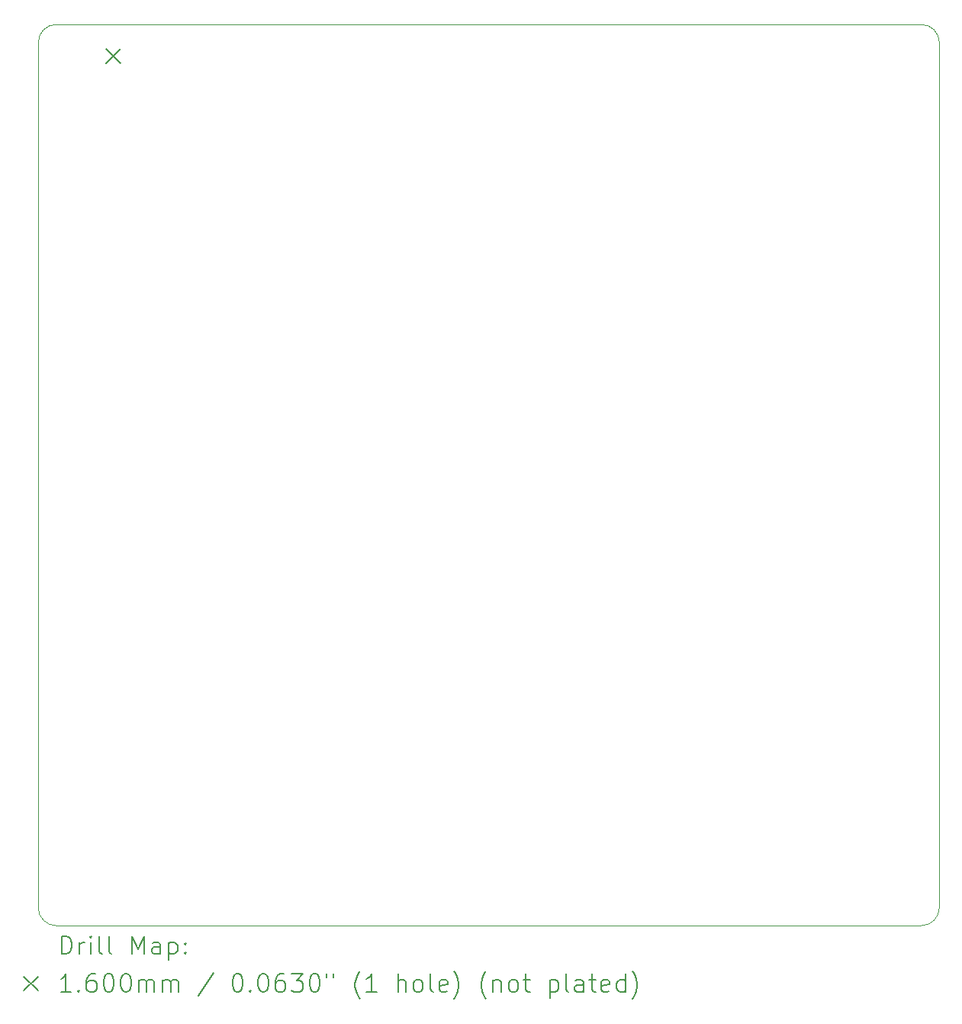
<source format=gbr>
%TF.GenerationSoftware,KiCad,Pcbnew,7.0.5-1.fc38*%
%TF.CreationDate,2023-07-11T20:49:59+05:30*%
%TF.ProjectId,8puter,38707574-6572-42e6-9b69-6361645f7063,rev?*%
%TF.SameCoordinates,Original*%
%TF.FileFunction,Drillmap*%
%TF.FilePolarity,Positive*%
%FSLAX45Y45*%
G04 Gerber Fmt 4.5, Leading zero omitted, Abs format (unit mm)*
G04 Created by KiCad (PCBNEW 7.0.5-1.fc38) date 2023-07-11 20:49:59*
%MOMM*%
%LPD*%
G01*
G04 APERTURE LIST*
%ADD10C,0.050000*%
%ADD11C,0.200000*%
%ADD12C,0.160000*%
G04 APERTURE END LIST*
D10*
X20460000Y-3710000D02*
X20460000Y-13310000D01*
X10660000Y-3510000D02*
G75*
G03*
X10460000Y-3710000I0J-200000D01*
G01*
X10460000Y-13310000D02*
G75*
G03*
X10660000Y-13510000I200000J0D01*
G01*
X20258579Y-13510000D02*
X10660000Y-13510000D01*
X10660000Y-3510000D02*
X20260000Y-3510000D01*
X20460000Y-3710000D02*
G75*
G03*
X20260000Y-3510000I-200000J0D01*
G01*
X10460000Y-13310000D02*
X10460000Y-3710000D01*
X20258579Y-13509995D02*
G75*
G03*
X20460000Y-13310000I11J201415D01*
G01*
D11*
D12*
X11212000Y-3784000D02*
X11372000Y-3944000D01*
X11372000Y-3784000D02*
X11212000Y-3944000D01*
D11*
X10718277Y-13823984D02*
X10718277Y-13623984D01*
X10718277Y-13623984D02*
X10765896Y-13623984D01*
X10765896Y-13623984D02*
X10794467Y-13633508D01*
X10794467Y-13633508D02*
X10813515Y-13652555D01*
X10813515Y-13652555D02*
X10823039Y-13671603D01*
X10823039Y-13671603D02*
X10832563Y-13709698D01*
X10832563Y-13709698D02*
X10832563Y-13738269D01*
X10832563Y-13738269D02*
X10823039Y-13776365D01*
X10823039Y-13776365D02*
X10813515Y-13795412D01*
X10813515Y-13795412D02*
X10794467Y-13814460D01*
X10794467Y-13814460D02*
X10765896Y-13823984D01*
X10765896Y-13823984D02*
X10718277Y-13823984D01*
X10918277Y-13823984D02*
X10918277Y-13690650D01*
X10918277Y-13728746D02*
X10927801Y-13709698D01*
X10927801Y-13709698D02*
X10937324Y-13700174D01*
X10937324Y-13700174D02*
X10956372Y-13690650D01*
X10956372Y-13690650D02*
X10975420Y-13690650D01*
X11042086Y-13823984D02*
X11042086Y-13690650D01*
X11042086Y-13623984D02*
X11032563Y-13633508D01*
X11032563Y-13633508D02*
X11042086Y-13643031D01*
X11042086Y-13643031D02*
X11051610Y-13633508D01*
X11051610Y-13633508D02*
X11042086Y-13623984D01*
X11042086Y-13623984D02*
X11042086Y-13643031D01*
X11165896Y-13823984D02*
X11146848Y-13814460D01*
X11146848Y-13814460D02*
X11137324Y-13795412D01*
X11137324Y-13795412D02*
X11137324Y-13623984D01*
X11270658Y-13823984D02*
X11251610Y-13814460D01*
X11251610Y-13814460D02*
X11242086Y-13795412D01*
X11242086Y-13795412D02*
X11242086Y-13623984D01*
X11499229Y-13823984D02*
X11499229Y-13623984D01*
X11499229Y-13623984D02*
X11565896Y-13766841D01*
X11565896Y-13766841D02*
X11632562Y-13623984D01*
X11632562Y-13623984D02*
X11632562Y-13823984D01*
X11813515Y-13823984D02*
X11813515Y-13719222D01*
X11813515Y-13719222D02*
X11803991Y-13700174D01*
X11803991Y-13700174D02*
X11784943Y-13690650D01*
X11784943Y-13690650D02*
X11746848Y-13690650D01*
X11746848Y-13690650D02*
X11727801Y-13700174D01*
X11813515Y-13814460D02*
X11794467Y-13823984D01*
X11794467Y-13823984D02*
X11746848Y-13823984D01*
X11746848Y-13823984D02*
X11727801Y-13814460D01*
X11727801Y-13814460D02*
X11718277Y-13795412D01*
X11718277Y-13795412D02*
X11718277Y-13776365D01*
X11718277Y-13776365D02*
X11727801Y-13757317D01*
X11727801Y-13757317D02*
X11746848Y-13747793D01*
X11746848Y-13747793D02*
X11794467Y-13747793D01*
X11794467Y-13747793D02*
X11813515Y-13738269D01*
X11908753Y-13690650D02*
X11908753Y-13890650D01*
X11908753Y-13700174D02*
X11927801Y-13690650D01*
X11927801Y-13690650D02*
X11965896Y-13690650D01*
X11965896Y-13690650D02*
X11984943Y-13700174D01*
X11984943Y-13700174D02*
X11994467Y-13709698D01*
X11994467Y-13709698D02*
X12003991Y-13728746D01*
X12003991Y-13728746D02*
X12003991Y-13785888D01*
X12003991Y-13785888D02*
X11994467Y-13804936D01*
X11994467Y-13804936D02*
X11984943Y-13814460D01*
X11984943Y-13814460D02*
X11965896Y-13823984D01*
X11965896Y-13823984D02*
X11927801Y-13823984D01*
X11927801Y-13823984D02*
X11908753Y-13814460D01*
X12089705Y-13804936D02*
X12099229Y-13814460D01*
X12099229Y-13814460D02*
X12089705Y-13823984D01*
X12089705Y-13823984D02*
X12080182Y-13814460D01*
X12080182Y-13814460D02*
X12089705Y-13804936D01*
X12089705Y-13804936D02*
X12089705Y-13823984D01*
X12089705Y-13700174D02*
X12099229Y-13709698D01*
X12099229Y-13709698D02*
X12089705Y-13719222D01*
X12089705Y-13719222D02*
X12080182Y-13709698D01*
X12080182Y-13709698D02*
X12089705Y-13700174D01*
X12089705Y-13700174D02*
X12089705Y-13719222D01*
D12*
X10297500Y-14072500D02*
X10457500Y-14232500D01*
X10457500Y-14072500D02*
X10297500Y-14232500D01*
D11*
X10823039Y-14243984D02*
X10708753Y-14243984D01*
X10765896Y-14243984D02*
X10765896Y-14043984D01*
X10765896Y-14043984D02*
X10746848Y-14072555D01*
X10746848Y-14072555D02*
X10727801Y-14091603D01*
X10727801Y-14091603D02*
X10708753Y-14101127D01*
X10908753Y-14224936D02*
X10918277Y-14234460D01*
X10918277Y-14234460D02*
X10908753Y-14243984D01*
X10908753Y-14243984D02*
X10899229Y-14234460D01*
X10899229Y-14234460D02*
X10908753Y-14224936D01*
X10908753Y-14224936D02*
X10908753Y-14243984D01*
X11089705Y-14043984D02*
X11051610Y-14043984D01*
X11051610Y-14043984D02*
X11032563Y-14053508D01*
X11032563Y-14053508D02*
X11023039Y-14063031D01*
X11023039Y-14063031D02*
X11003991Y-14091603D01*
X11003991Y-14091603D02*
X10994467Y-14129698D01*
X10994467Y-14129698D02*
X10994467Y-14205888D01*
X10994467Y-14205888D02*
X11003991Y-14224936D01*
X11003991Y-14224936D02*
X11013515Y-14234460D01*
X11013515Y-14234460D02*
X11032563Y-14243984D01*
X11032563Y-14243984D02*
X11070658Y-14243984D01*
X11070658Y-14243984D02*
X11089705Y-14234460D01*
X11089705Y-14234460D02*
X11099229Y-14224936D01*
X11099229Y-14224936D02*
X11108753Y-14205888D01*
X11108753Y-14205888D02*
X11108753Y-14158269D01*
X11108753Y-14158269D02*
X11099229Y-14139222D01*
X11099229Y-14139222D02*
X11089705Y-14129698D01*
X11089705Y-14129698D02*
X11070658Y-14120174D01*
X11070658Y-14120174D02*
X11032563Y-14120174D01*
X11032563Y-14120174D02*
X11013515Y-14129698D01*
X11013515Y-14129698D02*
X11003991Y-14139222D01*
X11003991Y-14139222D02*
X10994467Y-14158269D01*
X11232562Y-14043984D02*
X11251610Y-14043984D01*
X11251610Y-14043984D02*
X11270658Y-14053508D01*
X11270658Y-14053508D02*
X11280182Y-14063031D01*
X11280182Y-14063031D02*
X11289705Y-14082079D01*
X11289705Y-14082079D02*
X11299229Y-14120174D01*
X11299229Y-14120174D02*
X11299229Y-14167793D01*
X11299229Y-14167793D02*
X11289705Y-14205888D01*
X11289705Y-14205888D02*
X11280182Y-14224936D01*
X11280182Y-14224936D02*
X11270658Y-14234460D01*
X11270658Y-14234460D02*
X11251610Y-14243984D01*
X11251610Y-14243984D02*
X11232562Y-14243984D01*
X11232562Y-14243984D02*
X11213515Y-14234460D01*
X11213515Y-14234460D02*
X11203991Y-14224936D01*
X11203991Y-14224936D02*
X11194467Y-14205888D01*
X11194467Y-14205888D02*
X11184943Y-14167793D01*
X11184943Y-14167793D02*
X11184943Y-14120174D01*
X11184943Y-14120174D02*
X11194467Y-14082079D01*
X11194467Y-14082079D02*
X11203991Y-14063031D01*
X11203991Y-14063031D02*
X11213515Y-14053508D01*
X11213515Y-14053508D02*
X11232562Y-14043984D01*
X11423039Y-14043984D02*
X11442086Y-14043984D01*
X11442086Y-14043984D02*
X11461134Y-14053508D01*
X11461134Y-14053508D02*
X11470658Y-14063031D01*
X11470658Y-14063031D02*
X11480182Y-14082079D01*
X11480182Y-14082079D02*
X11489705Y-14120174D01*
X11489705Y-14120174D02*
X11489705Y-14167793D01*
X11489705Y-14167793D02*
X11480182Y-14205888D01*
X11480182Y-14205888D02*
X11470658Y-14224936D01*
X11470658Y-14224936D02*
X11461134Y-14234460D01*
X11461134Y-14234460D02*
X11442086Y-14243984D01*
X11442086Y-14243984D02*
X11423039Y-14243984D01*
X11423039Y-14243984D02*
X11403991Y-14234460D01*
X11403991Y-14234460D02*
X11394467Y-14224936D01*
X11394467Y-14224936D02*
X11384943Y-14205888D01*
X11384943Y-14205888D02*
X11375420Y-14167793D01*
X11375420Y-14167793D02*
X11375420Y-14120174D01*
X11375420Y-14120174D02*
X11384943Y-14082079D01*
X11384943Y-14082079D02*
X11394467Y-14063031D01*
X11394467Y-14063031D02*
X11403991Y-14053508D01*
X11403991Y-14053508D02*
X11423039Y-14043984D01*
X11575420Y-14243984D02*
X11575420Y-14110650D01*
X11575420Y-14129698D02*
X11584943Y-14120174D01*
X11584943Y-14120174D02*
X11603991Y-14110650D01*
X11603991Y-14110650D02*
X11632563Y-14110650D01*
X11632563Y-14110650D02*
X11651610Y-14120174D01*
X11651610Y-14120174D02*
X11661134Y-14139222D01*
X11661134Y-14139222D02*
X11661134Y-14243984D01*
X11661134Y-14139222D02*
X11670658Y-14120174D01*
X11670658Y-14120174D02*
X11689705Y-14110650D01*
X11689705Y-14110650D02*
X11718277Y-14110650D01*
X11718277Y-14110650D02*
X11737324Y-14120174D01*
X11737324Y-14120174D02*
X11746848Y-14139222D01*
X11746848Y-14139222D02*
X11746848Y-14243984D01*
X11842086Y-14243984D02*
X11842086Y-14110650D01*
X11842086Y-14129698D02*
X11851610Y-14120174D01*
X11851610Y-14120174D02*
X11870658Y-14110650D01*
X11870658Y-14110650D02*
X11899229Y-14110650D01*
X11899229Y-14110650D02*
X11918277Y-14120174D01*
X11918277Y-14120174D02*
X11927801Y-14139222D01*
X11927801Y-14139222D02*
X11927801Y-14243984D01*
X11927801Y-14139222D02*
X11937324Y-14120174D01*
X11937324Y-14120174D02*
X11956372Y-14110650D01*
X11956372Y-14110650D02*
X11984943Y-14110650D01*
X11984943Y-14110650D02*
X12003991Y-14120174D01*
X12003991Y-14120174D02*
X12013515Y-14139222D01*
X12013515Y-14139222D02*
X12013515Y-14243984D01*
X12403991Y-14034460D02*
X12232563Y-14291603D01*
X12661134Y-14043984D02*
X12680182Y-14043984D01*
X12680182Y-14043984D02*
X12699229Y-14053508D01*
X12699229Y-14053508D02*
X12708753Y-14063031D01*
X12708753Y-14063031D02*
X12718277Y-14082079D01*
X12718277Y-14082079D02*
X12727801Y-14120174D01*
X12727801Y-14120174D02*
X12727801Y-14167793D01*
X12727801Y-14167793D02*
X12718277Y-14205888D01*
X12718277Y-14205888D02*
X12708753Y-14224936D01*
X12708753Y-14224936D02*
X12699229Y-14234460D01*
X12699229Y-14234460D02*
X12680182Y-14243984D01*
X12680182Y-14243984D02*
X12661134Y-14243984D01*
X12661134Y-14243984D02*
X12642086Y-14234460D01*
X12642086Y-14234460D02*
X12632563Y-14224936D01*
X12632563Y-14224936D02*
X12623039Y-14205888D01*
X12623039Y-14205888D02*
X12613515Y-14167793D01*
X12613515Y-14167793D02*
X12613515Y-14120174D01*
X12613515Y-14120174D02*
X12623039Y-14082079D01*
X12623039Y-14082079D02*
X12632563Y-14063031D01*
X12632563Y-14063031D02*
X12642086Y-14053508D01*
X12642086Y-14053508D02*
X12661134Y-14043984D01*
X12813515Y-14224936D02*
X12823039Y-14234460D01*
X12823039Y-14234460D02*
X12813515Y-14243984D01*
X12813515Y-14243984D02*
X12803991Y-14234460D01*
X12803991Y-14234460D02*
X12813515Y-14224936D01*
X12813515Y-14224936D02*
X12813515Y-14243984D01*
X12946848Y-14043984D02*
X12965896Y-14043984D01*
X12965896Y-14043984D02*
X12984944Y-14053508D01*
X12984944Y-14053508D02*
X12994467Y-14063031D01*
X12994467Y-14063031D02*
X13003991Y-14082079D01*
X13003991Y-14082079D02*
X13013515Y-14120174D01*
X13013515Y-14120174D02*
X13013515Y-14167793D01*
X13013515Y-14167793D02*
X13003991Y-14205888D01*
X13003991Y-14205888D02*
X12994467Y-14224936D01*
X12994467Y-14224936D02*
X12984944Y-14234460D01*
X12984944Y-14234460D02*
X12965896Y-14243984D01*
X12965896Y-14243984D02*
X12946848Y-14243984D01*
X12946848Y-14243984D02*
X12927801Y-14234460D01*
X12927801Y-14234460D02*
X12918277Y-14224936D01*
X12918277Y-14224936D02*
X12908753Y-14205888D01*
X12908753Y-14205888D02*
X12899229Y-14167793D01*
X12899229Y-14167793D02*
X12899229Y-14120174D01*
X12899229Y-14120174D02*
X12908753Y-14082079D01*
X12908753Y-14082079D02*
X12918277Y-14063031D01*
X12918277Y-14063031D02*
X12927801Y-14053508D01*
X12927801Y-14053508D02*
X12946848Y-14043984D01*
X13184944Y-14043984D02*
X13146848Y-14043984D01*
X13146848Y-14043984D02*
X13127801Y-14053508D01*
X13127801Y-14053508D02*
X13118277Y-14063031D01*
X13118277Y-14063031D02*
X13099229Y-14091603D01*
X13099229Y-14091603D02*
X13089706Y-14129698D01*
X13089706Y-14129698D02*
X13089706Y-14205888D01*
X13089706Y-14205888D02*
X13099229Y-14224936D01*
X13099229Y-14224936D02*
X13108753Y-14234460D01*
X13108753Y-14234460D02*
X13127801Y-14243984D01*
X13127801Y-14243984D02*
X13165896Y-14243984D01*
X13165896Y-14243984D02*
X13184944Y-14234460D01*
X13184944Y-14234460D02*
X13194467Y-14224936D01*
X13194467Y-14224936D02*
X13203991Y-14205888D01*
X13203991Y-14205888D02*
X13203991Y-14158269D01*
X13203991Y-14158269D02*
X13194467Y-14139222D01*
X13194467Y-14139222D02*
X13184944Y-14129698D01*
X13184944Y-14129698D02*
X13165896Y-14120174D01*
X13165896Y-14120174D02*
X13127801Y-14120174D01*
X13127801Y-14120174D02*
X13108753Y-14129698D01*
X13108753Y-14129698D02*
X13099229Y-14139222D01*
X13099229Y-14139222D02*
X13089706Y-14158269D01*
X13270658Y-14043984D02*
X13394467Y-14043984D01*
X13394467Y-14043984D02*
X13327801Y-14120174D01*
X13327801Y-14120174D02*
X13356372Y-14120174D01*
X13356372Y-14120174D02*
X13375420Y-14129698D01*
X13375420Y-14129698D02*
X13384944Y-14139222D01*
X13384944Y-14139222D02*
X13394467Y-14158269D01*
X13394467Y-14158269D02*
X13394467Y-14205888D01*
X13394467Y-14205888D02*
X13384944Y-14224936D01*
X13384944Y-14224936D02*
X13375420Y-14234460D01*
X13375420Y-14234460D02*
X13356372Y-14243984D01*
X13356372Y-14243984D02*
X13299229Y-14243984D01*
X13299229Y-14243984D02*
X13280182Y-14234460D01*
X13280182Y-14234460D02*
X13270658Y-14224936D01*
X13518277Y-14043984D02*
X13537325Y-14043984D01*
X13537325Y-14043984D02*
X13556372Y-14053508D01*
X13556372Y-14053508D02*
X13565896Y-14063031D01*
X13565896Y-14063031D02*
X13575420Y-14082079D01*
X13575420Y-14082079D02*
X13584944Y-14120174D01*
X13584944Y-14120174D02*
X13584944Y-14167793D01*
X13584944Y-14167793D02*
X13575420Y-14205888D01*
X13575420Y-14205888D02*
X13565896Y-14224936D01*
X13565896Y-14224936D02*
X13556372Y-14234460D01*
X13556372Y-14234460D02*
X13537325Y-14243984D01*
X13537325Y-14243984D02*
X13518277Y-14243984D01*
X13518277Y-14243984D02*
X13499229Y-14234460D01*
X13499229Y-14234460D02*
X13489706Y-14224936D01*
X13489706Y-14224936D02*
X13480182Y-14205888D01*
X13480182Y-14205888D02*
X13470658Y-14167793D01*
X13470658Y-14167793D02*
X13470658Y-14120174D01*
X13470658Y-14120174D02*
X13480182Y-14082079D01*
X13480182Y-14082079D02*
X13489706Y-14063031D01*
X13489706Y-14063031D02*
X13499229Y-14053508D01*
X13499229Y-14053508D02*
X13518277Y-14043984D01*
X13661134Y-14043984D02*
X13661134Y-14082079D01*
X13737325Y-14043984D02*
X13737325Y-14082079D01*
X14032563Y-14320174D02*
X14023039Y-14310650D01*
X14023039Y-14310650D02*
X14003991Y-14282079D01*
X14003991Y-14282079D02*
X13994468Y-14263031D01*
X13994468Y-14263031D02*
X13984944Y-14234460D01*
X13984944Y-14234460D02*
X13975420Y-14186841D01*
X13975420Y-14186841D02*
X13975420Y-14148746D01*
X13975420Y-14148746D02*
X13984944Y-14101127D01*
X13984944Y-14101127D02*
X13994468Y-14072555D01*
X13994468Y-14072555D02*
X14003991Y-14053508D01*
X14003991Y-14053508D02*
X14023039Y-14024936D01*
X14023039Y-14024936D02*
X14032563Y-14015412D01*
X14213515Y-14243984D02*
X14099229Y-14243984D01*
X14156372Y-14243984D02*
X14156372Y-14043984D01*
X14156372Y-14043984D02*
X14137325Y-14072555D01*
X14137325Y-14072555D02*
X14118277Y-14091603D01*
X14118277Y-14091603D02*
X14099229Y-14101127D01*
X14451610Y-14243984D02*
X14451610Y-14043984D01*
X14537325Y-14243984D02*
X14537325Y-14139222D01*
X14537325Y-14139222D02*
X14527801Y-14120174D01*
X14527801Y-14120174D02*
X14508753Y-14110650D01*
X14508753Y-14110650D02*
X14480182Y-14110650D01*
X14480182Y-14110650D02*
X14461134Y-14120174D01*
X14461134Y-14120174D02*
X14451610Y-14129698D01*
X14661134Y-14243984D02*
X14642087Y-14234460D01*
X14642087Y-14234460D02*
X14632563Y-14224936D01*
X14632563Y-14224936D02*
X14623039Y-14205888D01*
X14623039Y-14205888D02*
X14623039Y-14148746D01*
X14623039Y-14148746D02*
X14632563Y-14129698D01*
X14632563Y-14129698D02*
X14642087Y-14120174D01*
X14642087Y-14120174D02*
X14661134Y-14110650D01*
X14661134Y-14110650D02*
X14689706Y-14110650D01*
X14689706Y-14110650D02*
X14708753Y-14120174D01*
X14708753Y-14120174D02*
X14718277Y-14129698D01*
X14718277Y-14129698D02*
X14727801Y-14148746D01*
X14727801Y-14148746D02*
X14727801Y-14205888D01*
X14727801Y-14205888D02*
X14718277Y-14224936D01*
X14718277Y-14224936D02*
X14708753Y-14234460D01*
X14708753Y-14234460D02*
X14689706Y-14243984D01*
X14689706Y-14243984D02*
X14661134Y-14243984D01*
X14842087Y-14243984D02*
X14823039Y-14234460D01*
X14823039Y-14234460D02*
X14813515Y-14215412D01*
X14813515Y-14215412D02*
X14813515Y-14043984D01*
X14994468Y-14234460D02*
X14975420Y-14243984D01*
X14975420Y-14243984D02*
X14937325Y-14243984D01*
X14937325Y-14243984D02*
X14918277Y-14234460D01*
X14918277Y-14234460D02*
X14908753Y-14215412D01*
X14908753Y-14215412D02*
X14908753Y-14139222D01*
X14908753Y-14139222D02*
X14918277Y-14120174D01*
X14918277Y-14120174D02*
X14937325Y-14110650D01*
X14937325Y-14110650D02*
X14975420Y-14110650D01*
X14975420Y-14110650D02*
X14994468Y-14120174D01*
X14994468Y-14120174D02*
X15003991Y-14139222D01*
X15003991Y-14139222D02*
X15003991Y-14158269D01*
X15003991Y-14158269D02*
X14908753Y-14177317D01*
X15070658Y-14320174D02*
X15080182Y-14310650D01*
X15080182Y-14310650D02*
X15099230Y-14282079D01*
X15099230Y-14282079D02*
X15108753Y-14263031D01*
X15108753Y-14263031D02*
X15118277Y-14234460D01*
X15118277Y-14234460D02*
X15127801Y-14186841D01*
X15127801Y-14186841D02*
X15127801Y-14148746D01*
X15127801Y-14148746D02*
X15118277Y-14101127D01*
X15118277Y-14101127D02*
X15108753Y-14072555D01*
X15108753Y-14072555D02*
X15099230Y-14053508D01*
X15099230Y-14053508D02*
X15080182Y-14024936D01*
X15080182Y-14024936D02*
X15070658Y-14015412D01*
X15432563Y-14320174D02*
X15423039Y-14310650D01*
X15423039Y-14310650D02*
X15403991Y-14282079D01*
X15403991Y-14282079D02*
X15394468Y-14263031D01*
X15394468Y-14263031D02*
X15384944Y-14234460D01*
X15384944Y-14234460D02*
X15375420Y-14186841D01*
X15375420Y-14186841D02*
X15375420Y-14148746D01*
X15375420Y-14148746D02*
X15384944Y-14101127D01*
X15384944Y-14101127D02*
X15394468Y-14072555D01*
X15394468Y-14072555D02*
X15403991Y-14053508D01*
X15403991Y-14053508D02*
X15423039Y-14024936D01*
X15423039Y-14024936D02*
X15432563Y-14015412D01*
X15508753Y-14110650D02*
X15508753Y-14243984D01*
X15508753Y-14129698D02*
X15518277Y-14120174D01*
X15518277Y-14120174D02*
X15537325Y-14110650D01*
X15537325Y-14110650D02*
X15565896Y-14110650D01*
X15565896Y-14110650D02*
X15584944Y-14120174D01*
X15584944Y-14120174D02*
X15594468Y-14139222D01*
X15594468Y-14139222D02*
X15594468Y-14243984D01*
X15718277Y-14243984D02*
X15699230Y-14234460D01*
X15699230Y-14234460D02*
X15689706Y-14224936D01*
X15689706Y-14224936D02*
X15680182Y-14205888D01*
X15680182Y-14205888D02*
X15680182Y-14148746D01*
X15680182Y-14148746D02*
X15689706Y-14129698D01*
X15689706Y-14129698D02*
X15699230Y-14120174D01*
X15699230Y-14120174D02*
X15718277Y-14110650D01*
X15718277Y-14110650D02*
X15746849Y-14110650D01*
X15746849Y-14110650D02*
X15765896Y-14120174D01*
X15765896Y-14120174D02*
X15775420Y-14129698D01*
X15775420Y-14129698D02*
X15784944Y-14148746D01*
X15784944Y-14148746D02*
X15784944Y-14205888D01*
X15784944Y-14205888D02*
X15775420Y-14224936D01*
X15775420Y-14224936D02*
X15765896Y-14234460D01*
X15765896Y-14234460D02*
X15746849Y-14243984D01*
X15746849Y-14243984D02*
X15718277Y-14243984D01*
X15842087Y-14110650D02*
X15918277Y-14110650D01*
X15870658Y-14043984D02*
X15870658Y-14215412D01*
X15870658Y-14215412D02*
X15880182Y-14234460D01*
X15880182Y-14234460D02*
X15899230Y-14243984D01*
X15899230Y-14243984D02*
X15918277Y-14243984D01*
X16137325Y-14110650D02*
X16137325Y-14310650D01*
X16137325Y-14120174D02*
X16156372Y-14110650D01*
X16156372Y-14110650D02*
X16194468Y-14110650D01*
X16194468Y-14110650D02*
X16213515Y-14120174D01*
X16213515Y-14120174D02*
X16223039Y-14129698D01*
X16223039Y-14129698D02*
X16232563Y-14148746D01*
X16232563Y-14148746D02*
X16232563Y-14205888D01*
X16232563Y-14205888D02*
X16223039Y-14224936D01*
X16223039Y-14224936D02*
X16213515Y-14234460D01*
X16213515Y-14234460D02*
X16194468Y-14243984D01*
X16194468Y-14243984D02*
X16156372Y-14243984D01*
X16156372Y-14243984D02*
X16137325Y-14234460D01*
X16346849Y-14243984D02*
X16327801Y-14234460D01*
X16327801Y-14234460D02*
X16318277Y-14215412D01*
X16318277Y-14215412D02*
X16318277Y-14043984D01*
X16508753Y-14243984D02*
X16508753Y-14139222D01*
X16508753Y-14139222D02*
X16499230Y-14120174D01*
X16499230Y-14120174D02*
X16480182Y-14110650D01*
X16480182Y-14110650D02*
X16442087Y-14110650D01*
X16442087Y-14110650D02*
X16423039Y-14120174D01*
X16508753Y-14234460D02*
X16489706Y-14243984D01*
X16489706Y-14243984D02*
X16442087Y-14243984D01*
X16442087Y-14243984D02*
X16423039Y-14234460D01*
X16423039Y-14234460D02*
X16413515Y-14215412D01*
X16413515Y-14215412D02*
X16413515Y-14196365D01*
X16413515Y-14196365D02*
X16423039Y-14177317D01*
X16423039Y-14177317D02*
X16442087Y-14167793D01*
X16442087Y-14167793D02*
X16489706Y-14167793D01*
X16489706Y-14167793D02*
X16508753Y-14158269D01*
X16575420Y-14110650D02*
X16651611Y-14110650D01*
X16603992Y-14043984D02*
X16603992Y-14215412D01*
X16603992Y-14215412D02*
X16613515Y-14234460D01*
X16613515Y-14234460D02*
X16632563Y-14243984D01*
X16632563Y-14243984D02*
X16651611Y-14243984D01*
X16794468Y-14234460D02*
X16775420Y-14243984D01*
X16775420Y-14243984D02*
X16737325Y-14243984D01*
X16737325Y-14243984D02*
X16718277Y-14234460D01*
X16718277Y-14234460D02*
X16708753Y-14215412D01*
X16708753Y-14215412D02*
X16708753Y-14139222D01*
X16708753Y-14139222D02*
X16718277Y-14120174D01*
X16718277Y-14120174D02*
X16737325Y-14110650D01*
X16737325Y-14110650D02*
X16775420Y-14110650D01*
X16775420Y-14110650D02*
X16794468Y-14120174D01*
X16794468Y-14120174D02*
X16803992Y-14139222D01*
X16803992Y-14139222D02*
X16803992Y-14158269D01*
X16803992Y-14158269D02*
X16708753Y-14177317D01*
X16975420Y-14243984D02*
X16975420Y-14043984D01*
X16975420Y-14234460D02*
X16956373Y-14243984D01*
X16956373Y-14243984D02*
X16918277Y-14243984D01*
X16918277Y-14243984D02*
X16899230Y-14234460D01*
X16899230Y-14234460D02*
X16889706Y-14224936D01*
X16889706Y-14224936D02*
X16880182Y-14205888D01*
X16880182Y-14205888D02*
X16880182Y-14148746D01*
X16880182Y-14148746D02*
X16889706Y-14129698D01*
X16889706Y-14129698D02*
X16899230Y-14120174D01*
X16899230Y-14120174D02*
X16918277Y-14110650D01*
X16918277Y-14110650D02*
X16956373Y-14110650D01*
X16956373Y-14110650D02*
X16975420Y-14120174D01*
X17051611Y-14320174D02*
X17061135Y-14310650D01*
X17061135Y-14310650D02*
X17080182Y-14282079D01*
X17080182Y-14282079D02*
X17089706Y-14263031D01*
X17089706Y-14263031D02*
X17099230Y-14234460D01*
X17099230Y-14234460D02*
X17108754Y-14186841D01*
X17108754Y-14186841D02*
X17108754Y-14148746D01*
X17108754Y-14148746D02*
X17099230Y-14101127D01*
X17099230Y-14101127D02*
X17089706Y-14072555D01*
X17089706Y-14072555D02*
X17080182Y-14053508D01*
X17080182Y-14053508D02*
X17061135Y-14024936D01*
X17061135Y-14024936D02*
X17051611Y-14015412D01*
M02*

</source>
